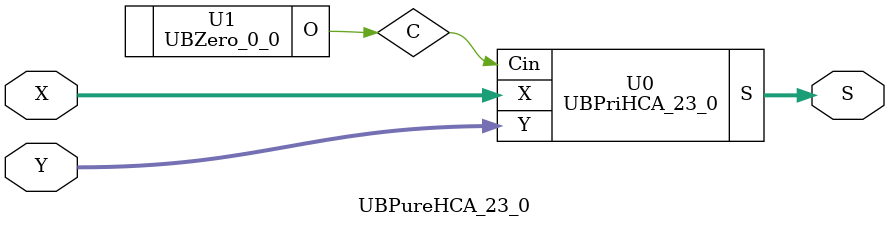
<source format=v>
/*----------------------------------------------------------------------------
  Copyright (c) 2021 Homma laboratory. All rights reserved.

  Top module: UBHCA_23_0_23_0

  Operand-1 length: 24
  Operand-2 length: 24
  Two-operand addition algorithm: Han-Carlson adder
----------------------------------------------------------------------------*/

module GPGenerator(Go, Po, A, B);
  output Go;
  output Po;
  input A;
  input B;
  assign Go = A & B;
  assign Po = A ^ B;
endmodule

module CarryOperator(Go, Po, Gi1, Pi1, Gi2, Pi2);
  output Go;
  output Po;
  input Gi1;
  input Gi2;
  input Pi1;
  input Pi2;
  assign Go = Gi1 | ( Gi2 & Pi1 );
  assign Po = Pi1 & Pi2;
endmodule

module UBPriHCA_23_0(S, X, Y, Cin);
  output [24:0] S;
  input Cin;
  input [23:0] X;
  input [23:0] Y;
  wire [23:0] G0;
  wire [23:0] G1;
  wire [23:0] G2;
  wire [23:0] G3;
  wire [23:0] G4;
  wire [23:0] G5;
  wire [23:0] G6;
  wire [23:0] P0;
  wire [23:0] P1;
  wire [23:0] P2;
  wire [23:0] P3;
  wire [23:0] P4;
  wire [23:0] P5;
  wire [23:0] P6;
  assign P1[0] = P0[0];
  assign G1[0] = G0[0];
  assign P1[2] = P0[2];
  assign G1[2] = G0[2];
  assign P1[4] = P0[4];
  assign G1[4] = G0[4];
  assign P1[6] = P0[6];
  assign G1[6] = G0[6];
  assign P1[8] = P0[8];
  assign G1[8] = G0[8];
  assign P1[10] = P0[10];
  assign G1[10] = G0[10];
  assign P1[12] = P0[12];
  assign G1[12] = G0[12];
  assign P1[14] = P0[14];
  assign G1[14] = G0[14];
  assign P1[16] = P0[16];
  assign G1[16] = G0[16];
  assign P1[18] = P0[18];
  assign G1[18] = G0[18];
  assign P1[20] = P0[20];
  assign G1[20] = G0[20];
  assign P1[22] = P0[22];
  assign G1[22] = G0[22];
  assign P2[0] = P1[0];
  assign G2[0] = G1[0];
  assign P2[1] = P1[1];
  assign G2[1] = G1[1];
  assign P2[2] = P1[2];
  assign G2[2] = G1[2];
  assign P2[4] = P1[4];
  assign G2[4] = G1[4];
  assign P2[6] = P1[6];
  assign G2[6] = G1[6];
  assign P2[8] = P1[8];
  assign G2[8] = G1[8];
  assign P2[10] = P1[10];
  assign G2[10] = G1[10];
  assign P2[12] = P1[12];
  assign G2[12] = G1[12];
  assign P2[14] = P1[14];
  assign G2[14] = G1[14];
  assign P2[16] = P1[16];
  assign G2[16] = G1[16];
  assign P2[18] = P1[18];
  assign G2[18] = G1[18];
  assign P2[20] = P1[20];
  assign G2[20] = G1[20];
  assign P2[22] = P1[22];
  assign G2[22] = G1[22];
  assign P3[0] = P2[0];
  assign G3[0] = G2[0];
  assign P3[1] = P2[1];
  assign G3[1] = G2[1];
  assign P3[2] = P2[2];
  assign G3[2] = G2[2];
  assign P3[3] = P2[3];
  assign G3[3] = G2[3];
  assign P3[4] = P2[4];
  assign G3[4] = G2[4];
  assign P3[6] = P2[6];
  assign G3[6] = G2[6];
  assign P3[8] = P2[8];
  assign G3[8] = G2[8];
  assign P3[10] = P2[10];
  assign G3[10] = G2[10];
  assign P3[12] = P2[12];
  assign G3[12] = G2[12];
  assign P3[14] = P2[14];
  assign G3[14] = G2[14];
  assign P3[16] = P2[16];
  assign G3[16] = G2[16];
  assign P3[18] = P2[18];
  assign G3[18] = G2[18];
  assign P3[20] = P2[20];
  assign G3[20] = G2[20];
  assign P3[22] = P2[22];
  assign G3[22] = G2[22];
  assign P4[0] = P3[0];
  assign G4[0] = G3[0];
  assign P4[1] = P3[1];
  assign G4[1] = G3[1];
  assign P4[2] = P3[2];
  assign G4[2] = G3[2];
  assign P4[3] = P3[3];
  assign G4[3] = G3[3];
  assign P4[4] = P3[4];
  assign G4[4] = G3[4];
  assign P4[5] = P3[5];
  assign G4[5] = G3[5];
  assign P4[6] = P3[6];
  assign G4[6] = G3[6];
  assign P4[7] = P3[7];
  assign G4[7] = G3[7];
  assign P4[8] = P3[8];
  assign G4[8] = G3[8];
  assign P4[10] = P3[10];
  assign G4[10] = G3[10];
  assign P4[12] = P3[12];
  assign G4[12] = G3[12];
  assign P4[14] = P3[14];
  assign G4[14] = G3[14];
  assign P4[16] = P3[16];
  assign G4[16] = G3[16];
  assign P4[18] = P3[18];
  assign G4[18] = G3[18];
  assign P4[20] = P3[20];
  assign G4[20] = G3[20];
  assign P4[22] = P3[22];
  assign G4[22] = G3[22];
  assign P5[0] = P4[0];
  assign G5[0] = G4[0];
  assign P5[1] = P4[1];
  assign G5[1] = G4[1];
  assign P5[2] = P4[2];
  assign G5[2] = G4[2];
  assign P5[3] = P4[3];
  assign G5[3] = G4[3];
  assign P5[4] = P4[4];
  assign G5[4] = G4[4];
  assign P5[5] = P4[5];
  assign G5[5] = G4[5];
  assign P5[6] = P4[6];
  assign G5[6] = G4[6];
  assign P5[7] = P4[7];
  assign G5[7] = G4[7];
  assign P5[8] = P4[8];
  assign G5[8] = G4[8];
  assign P5[9] = P4[9];
  assign G5[9] = G4[9];
  assign P5[10] = P4[10];
  assign G5[10] = G4[10];
  assign P5[11] = P4[11];
  assign G5[11] = G4[11];
  assign P5[12] = P4[12];
  assign G5[12] = G4[12];
  assign P5[13] = P4[13];
  assign G5[13] = G4[13];
  assign P5[14] = P4[14];
  assign G5[14] = G4[14];
  assign P5[15] = P4[15];
  assign G5[15] = G4[15];
  assign P5[16] = P4[16];
  assign G5[16] = G4[16];
  assign P5[18] = P4[18];
  assign G5[18] = G4[18];
  assign P5[20] = P4[20];
  assign G5[20] = G4[20];
  assign P5[22] = P4[22];
  assign G5[22] = G4[22];
  assign P6[0] = P5[0];
  assign G6[0] = G5[0];
  assign P6[1] = P5[1];
  assign G6[1] = G5[1];
  assign P6[3] = P5[3];
  assign G6[3] = G5[3];
  assign P6[5] = P5[5];
  assign G6[5] = G5[5];
  assign P6[7] = P5[7];
  assign G6[7] = G5[7];
  assign P6[9] = P5[9];
  assign G6[9] = G5[9];
  assign P6[11] = P5[11];
  assign G6[11] = G5[11];
  assign P6[13] = P5[13];
  assign G6[13] = G5[13];
  assign P6[15] = P5[15];
  assign G6[15] = G5[15];
  assign P6[17] = P5[17];
  assign G6[17] = G5[17];
  assign P6[19] = P5[19];
  assign G6[19] = G5[19];
  assign P6[21] = P5[21];
  assign G6[21] = G5[21];
  assign P6[23] = P5[23];
  assign G6[23] = G5[23];
  assign S[0] = Cin ^ P0[0];
  assign S[1] = ( G6[0] | ( P6[0] & Cin ) ) ^ P0[1];
  assign S[2] = ( G6[1] | ( P6[1] & Cin ) ) ^ P0[2];
  assign S[3] = ( G6[2] | ( P6[2] & Cin ) ) ^ P0[3];
  assign S[4] = ( G6[3] | ( P6[3] & Cin ) ) ^ P0[4];
  assign S[5] = ( G6[4] | ( P6[4] & Cin ) ) ^ P0[5];
  assign S[6] = ( G6[5] | ( P6[5] & Cin ) ) ^ P0[6];
  assign S[7] = ( G6[6] | ( P6[6] & Cin ) ) ^ P0[7];
  assign S[8] = ( G6[7] | ( P6[7] & Cin ) ) ^ P0[8];
  assign S[9] = ( G6[8] | ( P6[8] & Cin ) ) ^ P0[9];
  assign S[10] = ( G6[9] | ( P6[9] & Cin ) ) ^ P0[10];
  assign S[11] = ( G6[10] | ( P6[10] & Cin ) ) ^ P0[11];
  assign S[12] = ( G6[11] | ( P6[11] & Cin ) ) ^ P0[12];
  assign S[13] = ( G6[12] | ( P6[12] & Cin ) ) ^ P0[13];
  assign S[14] = ( G6[13] | ( P6[13] & Cin ) ) ^ P0[14];
  assign S[15] = ( G6[14] | ( P6[14] & Cin ) ) ^ P0[15];
  assign S[16] = ( G6[15] | ( P6[15] & Cin ) ) ^ P0[16];
  assign S[17] = ( G6[16] | ( P6[16] & Cin ) ) ^ P0[17];
  assign S[18] = ( G6[17] | ( P6[17] & Cin ) ) ^ P0[18];
  assign S[19] = ( G6[18] | ( P6[18] & Cin ) ) ^ P0[19];
  assign S[20] = ( G6[19] | ( P6[19] & Cin ) ) ^ P0[20];
  assign S[21] = ( G6[20] | ( P6[20] & Cin ) ) ^ P0[21];
  assign S[22] = ( G6[21] | ( P6[21] & Cin ) ) ^ P0[22];
  assign S[23] = ( G6[22] | ( P6[22] & Cin ) ) ^ P0[23];
  assign S[24] = G6[23] | ( P6[23] & Cin );
  GPGenerator U0 (G0[0], P0[0], X[0], Y[0]);
  GPGenerator U1 (G0[1], P0[1], X[1], Y[1]);
  GPGenerator U2 (G0[2], P0[2], X[2], Y[2]);
  GPGenerator U3 (G0[3], P0[3], X[3], Y[3]);
  GPGenerator U4 (G0[4], P0[4], X[4], Y[4]);
  GPGenerator U5 (G0[5], P0[5], X[5], Y[5]);
  GPGenerator U6 (G0[6], P0[6], X[6], Y[6]);
  GPGenerator U7 (G0[7], P0[7], X[7], Y[7]);
  GPGenerator U8 (G0[8], P0[8], X[8], Y[8]);
  GPGenerator U9 (G0[9], P0[9], X[9], Y[9]);
  GPGenerator U10 (G0[10], P0[10], X[10], Y[10]);
  GPGenerator U11 (G0[11], P0[11], X[11], Y[11]);
  GPGenerator U12 (G0[12], P0[12], X[12], Y[12]);
  GPGenerator U13 (G0[13], P0[13], X[13], Y[13]);
  GPGenerator U14 (G0[14], P0[14], X[14], Y[14]);
  GPGenerator U15 (G0[15], P0[15], X[15], Y[15]);
  GPGenerator U16 (G0[16], P0[16], X[16], Y[16]);
  GPGenerator U17 (G0[17], P0[17], X[17], Y[17]);
  GPGenerator U18 (G0[18], P0[18], X[18], Y[18]);
  GPGenerator U19 (G0[19], P0[19], X[19], Y[19]);
  GPGenerator U20 (G0[20], P0[20], X[20], Y[20]);
  GPGenerator U21 (G0[21], P0[21], X[21], Y[21]);
  GPGenerator U22 (G0[22], P0[22], X[22], Y[22]);
  GPGenerator U23 (G0[23], P0[23], X[23], Y[23]);
  CarryOperator U24 (G1[1], P1[1], G0[1], P0[1], G0[0], P0[0]);
  CarryOperator U25 (G1[3], P1[3], G0[3], P0[3], G0[2], P0[2]);
  CarryOperator U26 (G1[5], P1[5], G0[5], P0[5], G0[4], P0[4]);
  CarryOperator U27 (G1[7], P1[7], G0[7], P0[7], G0[6], P0[6]);
  CarryOperator U28 (G1[9], P1[9], G0[9], P0[9], G0[8], P0[8]);
  CarryOperator U29 (G1[11], P1[11], G0[11], P0[11], G0[10], P0[10]);
  CarryOperator U30 (G1[13], P1[13], G0[13], P0[13], G0[12], P0[12]);
  CarryOperator U31 (G1[15], P1[15], G0[15], P0[15], G0[14], P0[14]);
  CarryOperator U32 (G1[17], P1[17], G0[17], P0[17], G0[16], P0[16]);
  CarryOperator U33 (G1[19], P1[19], G0[19], P0[19], G0[18], P0[18]);
  CarryOperator U34 (G1[21], P1[21], G0[21], P0[21], G0[20], P0[20]);
  CarryOperator U35 (G1[23], P1[23], G0[23], P0[23], G0[22], P0[22]);
  CarryOperator U36 (G2[3], P2[3], G1[3], P1[3], G1[1], P1[1]);
  CarryOperator U37 (G2[5], P2[5], G1[5], P1[5], G1[3], P1[3]);
  CarryOperator U38 (G2[7], P2[7], G1[7], P1[7], G1[5], P1[5]);
  CarryOperator U39 (G2[9], P2[9], G1[9], P1[9], G1[7], P1[7]);
  CarryOperator U40 (G2[11], P2[11], G1[11], P1[11], G1[9], P1[9]);
  CarryOperator U41 (G2[13], P2[13], G1[13], P1[13], G1[11], P1[11]);
  CarryOperator U42 (G2[15], P2[15], G1[15], P1[15], G1[13], P1[13]);
  CarryOperator U43 (G2[17], P2[17], G1[17], P1[17], G1[15], P1[15]);
  CarryOperator U44 (G2[19], P2[19], G1[19], P1[19], G1[17], P1[17]);
  CarryOperator U45 (G2[21], P2[21], G1[21], P1[21], G1[19], P1[19]);
  CarryOperator U46 (G2[23], P2[23], G1[23], P1[23], G1[21], P1[21]);
  CarryOperator U47 (G3[5], P3[5], G2[5], P2[5], G2[1], P2[1]);
  CarryOperator U48 (G3[7], P3[7], G2[7], P2[7], G2[3], P2[3]);
  CarryOperator U49 (G3[9], P3[9], G2[9], P2[9], G2[5], P2[5]);
  CarryOperator U50 (G3[11], P3[11], G2[11], P2[11], G2[7], P2[7]);
  CarryOperator U51 (G3[13], P3[13], G2[13], P2[13], G2[9], P2[9]);
  CarryOperator U52 (G3[15], P3[15], G2[15], P2[15], G2[11], P2[11]);
  CarryOperator U53 (G3[17], P3[17], G2[17], P2[17], G2[13], P2[13]);
  CarryOperator U54 (G3[19], P3[19], G2[19], P2[19], G2[15], P2[15]);
  CarryOperator U55 (G3[21], P3[21], G2[21], P2[21], G2[17], P2[17]);
  CarryOperator U56 (G3[23], P3[23], G2[23], P2[23], G2[19], P2[19]);
  CarryOperator U57 (G4[9], P4[9], G3[9], P3[9], G3[1], P3[1]);
  CarryOperator U58 (G4[11], P4[11], G3[11], P3[11], G3[3], P3[3]);
  CarryOperator U59 (G4[13], P4[13], G3[13], P3[13], G3[5], P3[5]);
  CarryOperator U60 (G4[15], P4[15], G3[15], P3[15], G3[7], P3[7]);
  CarryOperator U61 (G4[17], P4[17], G3[17], P3[17], G3[9], P3[9]);
  CarryOperator U62 (G4[19], P4[19], G3[19], P3[19], G3[11], P3[11]);
  CarryOperator U63 (G4[21], P4[21], G3[21], P3[21], G3[13], P3[13]);
  CarryOperator U64 (G4[23], P4[23], G3[23], P3[23], G3[15], P3[15]);
  CarryOperator U65 (G5[17], P5[17], G4[17], P4[17], G4[1], P4[1]);
  CarryOperator U66 (G5[19], P5[19], G4[19], P4[19], G4[3], P4[3]);
  CarryOperator U67 (G5[21], P5[21], G4[21], P4[21], G4[5], P4[5]);
  CarryOperator U68 (G5[23], P5[23], G4[23], P4[23], G4[7], P4[7]);
  CarryOperator U69 (G6[2], P6[2], G5[2], P5[2], G5[1], P5[1]);
  CarryOperator U70 (G6[4], P6[4], G5[4], P5[4], G5[3], P5[3]);
  CarryOperator U71 (G6[6], P6[6], G5[6], P5[6], G5[5], P5[5]);
  CarryOperator U72 (G6[8], P6[8], G5[8], P5[8], G5[7], P5[7]);
  CarryOperator U73 (G6[10], P6[10], G5[10], P5[10], G5[9], P5[9]);
  CarryOperator U74 (G6[12], P6[12], G5[12], P5[12], G5[11], P5[11]);
  CarryOperator U75 (G6[14], P6[14], G5[14], P5[14], G5[13], P5[13]);
  CarryOperator U76 (G6[16], P6[16], G5[16], P5[16], G5[15], P5[15]);
  CarryOperator U77 (G6[18], P6[18], G5[18], P5[18], G5[17], P5[17]);
  CarryOperator U78 (G6[20], P6[20], G5[20], P5[20], G5[19], P5[19]);
  CarryOperator U79 (G6[22], P6[22], G5[22], P5[22], G5[21], P5[21]);
endmodule

module UBZero_0_0(O);
  output [0:0] O;
  assign O[0] = 0;
endmodule

module UBHCA_23_0_23_0 (S, X, Y);
  output [24:0] S;
  input [23:0] X;
  input [23:0] Y;
  UBPureHCA_23_0 U0 (S[24:0], X[23:0], Y[23:0]);
endmodule

module UBPureHCA_23_0 (S, X, Y);
  output [24:0] S;
  input [23:0] X;
  input [23:0] Y;
  wire C;
  UBPriHCA_23_0 U0 (S, X, Y, C);
  UBZero_0_0 U1 (C);
endmodule


</source>
